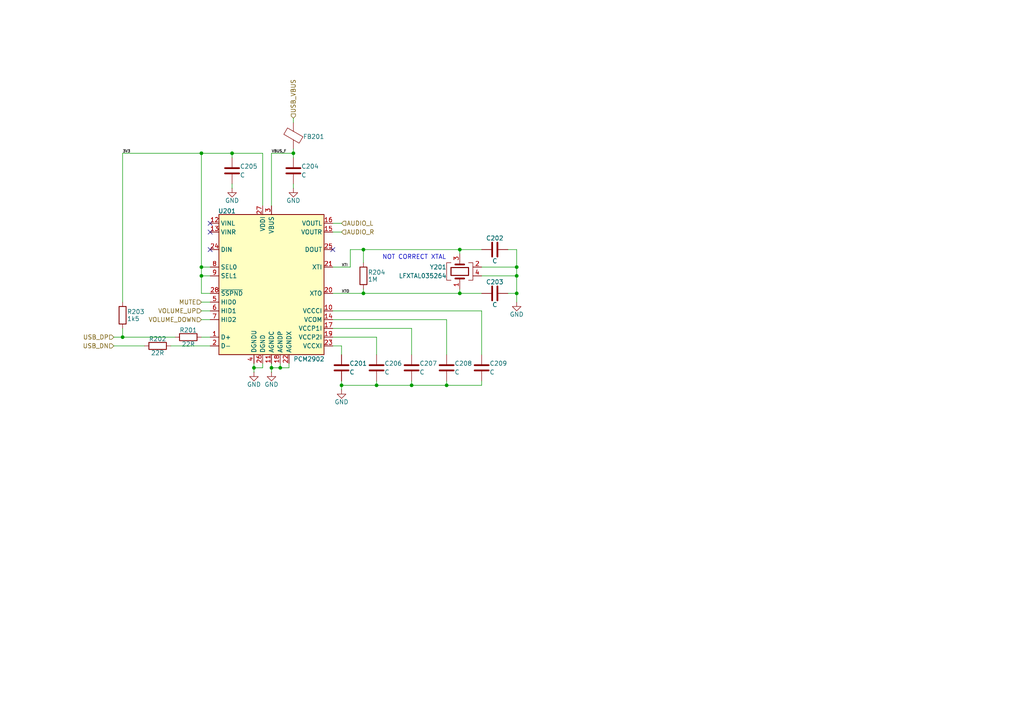
<source format=kicad_sch>
(kicad_sch
	(version 20231120)
	(generator "eeschema")
	(generator_version "8.0")
	(uuid "8cdc8472-c0cd-4e2a-85ec-2b2ceb6075af")
	(paper "A4")
	(lib_symbols
		(symbol "Audio:PCM2902"
			(exclude_from_sim no)
			(in_bom yes)
			(on_board yes)
			(property "Reference" "U"
				(at -14.732 21.59 0)
				(effects
					(font
						(size 1.27 1.27)
					)
				)
			)
			(property "Value" "PCM2902"
				(at 10.922 21.59 0)
				(effects
					(font
						(size 1.27 1.27)
					)
				)
			)
			(property "Footprint" "Package_SO:SSOP-28_5.3x10.2mm_P0.65mm"
				(at 0 0 0)
				(effects
					(font
						(size 1.27 1.27)
					)
					(hide yes)
				)
			)
			(property "Datasheet" "http://www.ti.com/lit/ds/symlink/pcm2902c.pdf"
				(at 9.398 24.638 0)
				(effects
					(font
						(size 1.27 1.27)
					)
					(hide yes)
				)
			)
			(property "Description" "Stereo Audio Codec with USB interface, Analog Input/Output, and S/PDIF, SSOP-28"
				(at 0 0 0)
				(effects
					(font
						(size 1.27 1.27)
					)
					(hide yes)
				)
			)
			(property "ki_keywords" "pcm2902 usb audio"
				(at 0 0 0)
				(effects
					(font
						(size 1.27 1.27)
					)
					(hide yes)
				)
			)
			(property "ki_fp_filters" "SSOP*5.3x10.2mm*P0.65mm*"
				(at 0 0 0)
				(effects
					(font
						(size 1.27 1.27)
					)
					(hide yes)
				)
			)
			(symbol "PCM2902_0_1"
				(rectangle
					(start -15.24 20.32)
					(end 15.24 -20.32)
					(stroke
						(width 0.254)
						(type default)
					)
					(fill
						(type background)
					)
				)
			)
			(symbol "PCM2902_1_1"
				(pin bidirectional line
					(at -17.78 -15.24 0)
					(length 2.54)
					(name "D+"
						(effects
							(font
								(size 1.27 1.27)
							)
						)
					)
					(number "1"
						(effects
							(font
								(size 1.27 1.27)
							)
						)
					)
				)
				(pin passive line
					(at 17.78 -7.62 180)
					(length 2.54)
					(name "VCCCI"
						(effects
							(font
								(size 1.27 1.27)
							)
						)
					)
					(number "10"
						(effects
							(font
								(size 1.27 1.27)
							)
						)
					)
				)
				(pin power_in line
					(at 0 -22.86 90)
					(length 2.54)
					(name "AGNDC"
						(effects
							(font
								(size 1.27 1.27)
							)
						)
					)
					(number "11"
						(effects
							(font
								(size 1.27 1.27)
							)
						)
					)
				)
				(pin input line
					(at -17.78 17.78 0)
					(length 2.54)
					(name "VINL"
						(effects
							(font
								(size 1.27 1.27)
							)
						)
					)
					(number "12"
						(effects
							(font
								(size 1.27 1.27)
							)
						)
					)
				)
				(pin input line
					(at -17.78 15.24 0)
					(length 2.54)
					(name "VINR"
						(effects
							(font
								(size 1.27 1.27)
							)
						)
					)
					(number "13"
						(effects
							(font
								(size 1.27 1.27)
							)
						)
					)
				)
				(pin passive line
					(at 17.78 -10.16 180)
					(length 2.54)
					(name "VCOM"
						(effects
							(font
								(size 1.27 1.27)
							)
						)
					)
					(number "14"
						(effects
							(font
								(size 1.27 1.27)
							)
						)
					)
				)
				(pin output line
					(at 17.78 15.24 180)
					(length 2.54)
					(name "VOUTR"
						(effects
							(font
								(size 1.27 1.27)
							)
						)
					)
					(number "15"
						(effects
							(font
								(size 1.27 1.27)
							)
						)
					)
				)
				(pin output line
					(at 17.78 17.78 180)
					(length 2.54)
					(name "VOUTL"
						(effects
							(font
								(size 1.27 1.27)
							)
						)
					)
					(number "16"
						(effects
							(font
								(size 1.27 1.27)
							)
						)
					)
				)
				(pin passive line
					(at 17.78 -12.7 180)
					(length 2.54)
					(name "VCCP1I"
						(effects
							(font
								(size 1.27 1.27)
							)
						)
					)
					(number "17"
						(effects
							(font
								(size 1.27 1.27)
							)
						)
					)
				)
				(pin power_in line
					(at 2.54 -22.86 90)
					(length 2.54)
					(name "AGNDP"
						(effects
							(font
								(size 1.27 1.27)
							)
						)
					)
					(number "18"
						(effects
							(font
								(size 1.27 1.27)
							)
						)
					)
				)
				(pin passive line
					(at 17.78 -15.24 180)
					(length 2.54)
					(name "VCCP2I"
						(effects
							(font
								(size 1.27 1.27)
							)
						)
					)
					(number "19"
						(effects
							(font
								(size 1.27 1.27)
							)
						)
					)
				)
				(pin bidirectional line
					(at -17.78 -17.78 0)
					(length 2.54)
					(name "D-"
						(effects
							(font
								(size 1.27 1.27)
							)
						)
					)
					(number "2"
						(effects
							(font
								(size 1.27 1.27)
							)
						)
					)
				)
				(pin output line
					(at 17.78 -2.54 180)
					(length 2.54)
					(name "XTO"
						(effects
							(font
								(size 1.27 1.27)
							)
						)
					)
					(number "20"
						(effects
							(font
								(size 1.27 1.27)
							)
						)
					)
				)
				(pin input line
					(at 17.78 5.08 180)
					(length 2.54)
					(name "XTI"
						(effects
							(font
								(size 1.27 1.27)
							)
						)
					)
					(number "21"
						(effects
							(font
								(size 1.27 1.27)
							)
						)
					)
				)
				(pin power_in line
					(at 5.08 -22.86 90)
					(length 2.54)
					(name "AGNDX"
						(effects
							(font
								(size 1.27 1.27)
							)
						)
					)
					(number "22"
						(effects
							(font
								(size 1.27 1.27)
							)
						)
					)
				)
				(pin passive line
					(at 17.78 -17.78 180)
					(length 2.54)
					(name "VCCXI"
						(effects
							(font
								(size 1.27 1.27)
							)
						)
					)
					(number "23"
						(effects
							(font
								(size 1.27 1.27)
							)
						)
					)
				)
				(pin input line
					(at -17.78 10.16 0)
					(length 2.54)
					(name "DIN"
						(effects
							(font
								(size 1.27 1.27)
							)
						)
					)
					(number "24"
						(effects
							(font
								(size 1.27 1.27)
							)
						)
					)
				)
				(pin output line
					(at 17.78 10.16 180)
					(length 2.54)
					(name "DOUT"
						(effects
							(font
								(size 1.27 1.27)
							)
						)
					)
					(number "25"
						(effects
							(font
								(size 1.27 1.27)
							)
						)
					)
				)
				(pin power_in line
					(at -2.54 -22.86 90)
					(length 2.54)
					(name "DGND"
						(effects
							(font
								(size 1.27 1.27)
							)
						)
					)
					(number "26"
						(effects
							(font
								(size 1.27 1.27)
							)
						)
					)
				)
				(pin power_out line
					(at -2.54 22.86 270)
					(length 2.54)
					(name "VDDI"
						(effects
							(font
								(size 1.27 1.27)
							)
						)
					)
					(number "27"
						(effects
							(font
								(size 1.27 1.27)
							)
						)
					)
				)
				(pin output line
					(at -17.78 -2.54 0)
					(length 2.54)
					(name "~{SSPND}"
						(effects
							(font
								(size 1.27 1.27)
							)
						)
					)
					(number "28"
						(effects
							(font
								(size 1.27 1.27)
							)
						)
					)
				)
				(pin power_in line
					(at 0 22.86 270)
					(length 2.54)
					(name "VBUS"
						(effects
							(font
								(size 1.27 1.27)
							)
						)
					)
					(number "3"
						(effects
							(font
								(size 1.27 1.27)
							)
						)
					)
				)
				(pin power_in line
					(at -5.08 -22.86 90)
					(length 2.54)
					(name "DGNDU"
						(effects
							(font
								(size 1.27 1.27)
							)
						)
					)
					(number "4"
						(effects
							(font
								(size 1.27 1.27)
							)
						)
					)
				)
				(pin input line
					(at -17.78 -5.08 0)
					(length 2.54)
					(name "HID0"
						(effects
							(font
								(size 1.27 1.27)
							)
						)
					)
					(number "5"
						(effects
							(font
								(size 1.27 1.27)
							)
						)
					)
				)
				(pin input line
					(at -17.78 -7.62 0)
					(length 2.54)
					(name "HID1"
						(effects
							(font
								(size 1.27 1.27)
							)
						)
					)
					(number "6"
						(effects
							(font
								(size 1.27 1.27)
							)
						)
					)
				)
				(pin input line
					(at -17.78 -10.16 0)
					(length 2.54)
					(name "HID2"
						(effects
							(font
								(size 1.27 1.27)
							)
						)
					)
					(number "7"
						(effects
							(font
								(size 1.27 1.27)
							)
						)
					)
				)
				(pin input line
					(at -17.78 5.08 0)
					(length 2.54)
					(name "SEL0"
						(effects
							(font
								(size 1.27 1.27)
							)
						)
					)
					(number "8"
						(effects
							(font
								(size 1.27 1.27)
							)
						)
					)
				)
				(pin input line
					(at -17.78 2.54 0)
					(length 2.54)
					(name "SEL1"
						(effects
							(font
								(size 1.27 1.27)
							)
						)
					)
					(number "9"
						(effects
							(font
								(size 1.27 1.27)
							)
						)
					)
				)
			)
		)
		(symbol "Device:C"
			(pin_numbers hide)
			(pin_names
				(offset 0.254)
			)
			(exclude_from_sim no)
			(in_bom yes)
			(on_board yes)
			(property "Reference" "C"
				(at 0.635 2.54 0)
				(effects
					(font
						(size 1.27 1.27)
					)
					(justify left)
				)
			)
			(property "Value" "C"
				(at 0.635 -2.54 0)
				(effects
					(font
						(size 1.27 1.27)
					)
					(justify left)
				)
			)
			(property "Footprint" ""
				(at 0.9652 -3.81 0)
				(effects
					(font
						(size 1.27 1.27)
					)
					(hide yes)
				)
			)
			(property "Datasheet" "~"
				(at 0 0 0)
				(effects
					(font
						(size 1.27 1.27)
					)
					(hide yes)
				)
			)
			(property "Description" "Unpolarized capacitor"
				(at 0 0 0)
				(effects
					(font
						(size 1.27 1.27)
					)
					(hide yes)
				)
			)
			(property "ki_keywords" "cap capacitor"
				(at 0 0 0)
				(effects
					(font
						(size 1.27 1.27)
					)
					(hide yes)
				)
			)
			(property "ki_fp_filters" "C_*"
				(at 0 0 0)
				(effects
					(font
						(size 1.27 1.27)
					)
					(hide yes)
				)
			)
			(symbol "C_0_1"
				(polyline
					(pts
						(xy -2.032 -0.762) (xy 2.032 -0.762)
					)
					(stroke
						(width 0.508)
						(type default)
					)
					(fill
						(type none)
					)
				)
				(polyline
					(pts
						(xy -2.032 0.762) (xy 2.032 0.762)
					)
					(stroke
						(width 0.508)
						(type default)
					)
					(fill
						(type none)
					)
				)
			)
			(symbol "C_1_1"
				(pin passive line
					(at 0 3.81 270)
					(length 2.794)
					(name "~"
						(effects
							(font
								(size 1.27 1.27)
							)
						)
					)
					(number "1"
						(effects
							(font
								(size 1.27 1.27)
							)
						)
					)
				)
				(pin passive line
					(at 0 -3.81 90)
					(length 2.794)
					(name "~"
						(effects
							(font
								(size 1.27 1.27)
							)
						)
					)
					(number "2"
						(effects
							(font
								(size 1.27 1.27)
							)
						)
					)
				)
			)
		)
		(symbol "Device:FerriteBead"
			(pin_numbers hide)
			(pin_names
				(offset 0)
			)
			(exclude_from_sim no)
			(in_bom yes)
			(on_board yes)
			(property "Reference" "FB"
				(at -3.81 0.635 90)
				(effects
					(font
						(size 1.27 1.27)
					)
				)
			)
			(property "Value" "FerriteBead"
				(at 3.81 0 90)
				(effects
					(font
						(size 1.27 1.27)
					)
				)
			)
			(property "Footprint" ""
				(at -1.778 0 90)
				(effects
					(font
						(size 1.27 1.27)
					)
					(hide yes)
				)
			)
			(property "Datasheet" "~"
				(at 0 0 0)
				(effects
					(font
						(size 1.27 1.27)
					)
					(hide yes)
				)
			)
			(property "Description" "Ferrite bead"
				(at 0 0 0)
				(effects
					(font
						(size 1.27 1.27)
					)
					(hide yes)
				)
			)
			(property "ki_keywords" "L ferrite bead inductor filter"
				(at 0 0 0)
				(effects
					(font
						(size 1.27 1.27)
					)
					(hide yes)
				)
			)
			(property "ki_fp_filters" "Inductor_* L_* *Ferrite*"
				(at 0 0 0)
				(effects
					(font
						(size 1.27 1.27)
					)
					(hide yes)
				)
			)
			(symbol "FerriteBead_0_1"
				(polyline
					(pts
						(xy 0 -1.27) (xy 0 -1.2192)
					)
					(stroke
						(width 0)
						(type default)
					)
					(fill
						(type none)
					)
				)
				(polyline
					(pts
						(xy 0 1.27) (xy 0 1.2954)
					)
					(stroke
						(width 0)
						(type default)
					)
					(fill
						(type none)
					)
				)
				(polyline
					(pts
						(xy -2.7686 0.4064) (xy -1.7018 2.2606) (xy 2.7686 -0.3048) (xy 1.6764 -2.159) (xy -2.7686 0.4064)
					)
					(stroke
						(width 0)
						(type default)
					)
					(fill
						(type none)
					)
				)
			)
			(symbol "FerriteBead_1_1"
				(pin passive line
					(at 0 3.81 270)
					(length 2.54)
					(name "~"
						(effects
							(font
								(size 1.27 1.27)
							)
						)
					)
					(number "1"
						(effects
							(font
								(size 1.27 1.27)
							)
						)
					)
				)
				(pin passive line
					(at 0 -3.81 90)
					(length 2.54)
					(name "~"
						(effects
							(font
								(size 1.27 1.27)
							)
						)
					)
					(number "2"
						(effects
							(font
								(size 1.27 1.27)
							)
						)
					)
				)
			)
		)
		(symbol "Device:R"
			(pin_numbers hide)
			(pin_names
				(offset 0)
			)
			(exclude_from_sim no)
			(in_bom yes)
			(on_board yes)
			(property "Reference" "R"
				(at 2.032 0 90)
				(effects
					(font
						(size 1.27 1.27)
					)
				)
			)
			(property "Value" "R"
				(at 0 0 90)
				(effects
					(font
						(size 1.27 1.27)
					)
				)
			)
			(property "Footprint" ""
				(at -1.778 0 90)
				(effects
					(font
						(size 1.27 1.27)
					)
					(hide yes)
				)
			)
			(property "Datasheet" "~"
				(at 0 0 0)
				(effects
					(font
						(size 1.27 1.27)
					)
					(hide yes)
				)
			)
			(property "Description" "Resistor"
				(at 0 0 0)
				(effects
					(font
						(size 1.27 1.27)
					)
					(hide yes)
				)
			)
			(property "ki_keywords" "R res resistor"
				(at 0 0 0)
				(effects
					(font
						(size 1.27 1.27)
					)
					(hide yes)
				)
			)
			(property "ki_fp_filters" "R_*"
				(at 0 0 0)
				(effects
					(font
						(size 1.27 1.27)
					)
					(hide yes)
				)
			)
			(symbol "R_0_1"
				(rectangle
					(start -1.016 -2.54)
					(end 1.016 2.54)
					(stroke
						(width 0.254)
						(type default)
					)
					(fill
						(type none)
					)
				)
			)
			(symbol "R_1_1"
				(pin passive line
					(at 0 3.81 270)
					(length 1.27)
					(name "~"
						(effects
							(font
								(size 1.27 1.27)
							)
						)
					)
					(number "1"
						(effects
							(font
								(size 1.27 1.27)
							)
						)
					)
				)
				(pin passive line
					(at 0 -3.81 90)
					(length 1.27)
					(name "~"
						(effects
							(font
								(size 1.27 1.27)
							)
						)
					)
					(number "2"
						(effects
							(font
								(size 1.27 1.27)
							)
						)
					)
				)
			)
		)
		(symbol "Lund Formula Student:LFXTAL035264"
			(pin_names hide)
			(exclude_from_sim no)
			(in_bom yes)
			(on_board yes)
			(property "Reference" "Y"
				(at 8.89 0 0)
				(effects
					(font
						(size 1.27 1.27)
					)
					(justify left top)
				)
			)
			(property "Value" "LFXTAL035264"
				(at 8.89 -2.54 0)
				(effects
					(font
						(size 1.27 1.27)
					)
					(justify left top)
				)
			)
			(property "Footprint" "Lund Formula Student:LFXTAL035264"
				(at 5.08 -58.42 0)
				(effects
					(font
						(size 1.27 1.27)
					)
					(justify left top)
					(hide yes)
				)
			)
			(property "Datasheet" "https://eu.mouser.com/datasheet/2/741/LFXTAL035264Reel-1519256.pdf"
				(at 43.18 -196.19 0)
				(effects
					(font
						(size 1.27 1.27)
					)
					(justify left top)
					(hide yes)
				)
			)
			(property "Description" "Crystals 16.0MHz 3.2 x 2.5 x 0.8mm"
				(at 0 0 0)
				(effects
					(font
						(size 1.27 1.27)
					)
					(hide yes)
				)
			)
			(property "Height" "0.8"
				(at 43.18 -396.19 0)
				(effects
					(font
						(size 1.27 1.27)
					)
					(justify left top)
					(hide yes)
				)
			)
			(property "Manufacturer_Name" "IQD"
				(at 43.18 -496.19 0)
				(effects
					(font
						(size 1.27 1.27)
					)
					(justify left top)
					(hide yes)
				)
			)
			(property "Manufacturer_Part_Number" "LFXTAL035264Reel"
				(at 43.18 -596.19 0)
				(effects
					(font
						(size 1.27 1.27)
					)
					(justify left top)
					(hide yes)
				)
			)
			(property "Mouser Part Number" "449-LFXTAL035264REEL"
				(at 43.18 -696.19 0)
				(effects
					(font
						(size 1.27 1.27)
					)
					(justify left top)
					(hide yes)
				)
			)
			(property "Mouser Price/Stock" "https://www.mouser.co.uk/ProductDetail/IQD/LFXTAL035264Reel?qs=e4%2FAndAAwgJ0UxcTcqvPEg%3D%3D"
				(at 43.18 -796.19 0)
				(effects
					(font
						(size 1.27 1.27)
					)
					(justify left top)
					(hide yes)
				)
			)
			(property "Arrow Part Number" "LFXTAL035264REEL"
				(at 43.18 -896.19 0)
				(effects
					(font
						(size 1.27 1.27)
					)
					(justify left top)
					(hide yes)
				)
			)
			(property "Arrow Price/Stock" "https://www.arrow.com/en/products/lfxtal035264reel/iqd-frequency-products"
				(at 43.18 -996.19 0)
				(effects
					(font
						(size 1.27 1.27)
					)
					(justify left top)
					(hide yes)
				)
			)
			(symbol "LFXTAL035264_0_1"
				(polyline
					(pts
						(xy 2.54 -6.35) (xy 3.048 -6.35)
					)
					(stroke
						(width 0)
						(type default)
					)
					(fill
						(type none)
					)
				)
				(polyline
					(pts
						(xy 3.048 -7.62) (xy 3.048 -5.08)
					)
					(stroke
						(width 0.508)
						(type default)
					)
					(fill
						(type none)
					)
				)
				(polyline
					(pts
						(xy 7.112 -7.62) (xy 7.112 -5.08)
					)
					(stroke
						(width 0.508)
						(type default)
					)
					(fill
						(type none)
					)
				)
				(polyline
					(pts
						(xy 7.112 -6.35) (xy 7.62 -6.35)
					)
					(stroke
						(width 0)
						(type default)
					)
					(fill
						(type none)
					)
				)
				(polyline
					(pts
						(xy 2.54 -8.89) (xy 2.54 -10.16) (xy 7.62 -10.16) (xy 7.62 -8.89)
					)
					(stroke
						(width 0)
						(type default)
					)
					(fill
						(type none)
					)
				)
				(polyline
					(pts
						(xy 2.54 -3.81) (xy 2.54 -2.54) (xy 7.62 -2.54) (xy 7.62 -3.81)
					)
					(stroke
						(width 0)
						(type default)
					)
					(fill
						(type none)
					)
				)
				(rectangle
					(start 3.937 -3.81)
					(end 6.223 -8.89)
					(stroke
						(width 0.3048)
						(type default)
					)
					(fill
						(type none)
					)
				)
			)
			(symbol "LFXTAL035264_1_1"
				(pin passive line
					(at 0 -6.35 0)
					(length 2.54)
					(name "1"
						(effects
							(font
								(size 1.27 1.27)
							)
						)
					)
					(number "1"
						(effects
							(font
								(size 1.27 1.27)
							)
						)
					)
				)
				(pin passive line
					(at 6.35 -12.7 90)
					(length 2.54)
					(name "2"
						(effects
							(font
								(size 1.27 1.27)
							)
						)
					)
					(number "2"
						(effects
							(font
								(size 1.27 1.27)
							)
						)
					)
				)
				(pin passive line
					(at 10.16 -6.35 180)
					(length 2.54)
					(name "3"
						(effects
							(font
								(size 1.27 1.27)
							)
						)
					)
					(number "3"
						(effects
							(font
								(size 1.27 1.27)
							)
						)
					)
				)
				(pin passive line
					(at 3.81 -12.7 90)
					(length 2.54)
					(name "4"
						(effects
							(font
								(size 1.27 1.27)
							)
						)
					)
					(number "4"
						(effects
							(font
								(size 1.27 1.27)
							)
						)
					)
				)
			)
		)
		(symbol "power:GND"
			(power)
			(pin_numbers hide)
			(pin_names
				(offset 0) hide)
			(exclude_from_sim no)
			(in_bom yes)
			(on_board yes)
			(property "Reference" "#PWR"
				(at 0 -6.35 0)
				(effects
					(font
						(size 1.27 1.27)
					)
					(hide yes)
				)
			)
			(property "Value" "GND"
				(at 0 -3.81 0)
				(effects
					(font
						(size 1.27 1.27)
					)
				)
			)
			(property "Footprint" ""
				(at 0 0 0)
				(effects
					(font
						(size 1.27 1.27)
					)
					(hide yes)
				)
			)
			(property "Datasheet" ""
				(at 0 0 0)
				(effects
					(font
						(size 1.27 1.27)
					)
					(hide yes)
				)
			)
			(property "Description" "Power symbol creates a global label with name \"GND\" , ground"
				(at 0 0 0)
				(effects
					(font
						(size 1.27 1.27)
					)
					(hide yes)
				)
			)
			(property "ki_keywords" "global power"
				(at 0 0 0)
				(effects
					(font
						(size 1.27 1.27)
					)
					(hide yes)
				)
			)
			(symbol "GND_0_1"
				(polyline
					(pts
						(xy 0 0) (xy 0 -1.27) (xy 1.27 -1.27) (xy 0 -2.54) (xy -1.27 -1.27) (xy 0 -1.27)
					)
					(stroke
						(width 0)
						(type default)
					)
					(fill
						(type none)
					)
				)
			)
			(symbol "GND_1_1"
				(pin power_in line
					(at 0 0 270)
					(length 0)
					(name "~"
						(effects
							(font
								(size 1.27 1.27)
							)
						)
					)
					(number "1"
						(effects
							(font
								(size 1.27 1.27)
							)
						)
					)
				)
			)
		)
	)
	(junction
		(at 119.38 111.76)
		(diameter 0)
		(color 0 0 0 0)
		(uuid "2ecdebc3-81a6-472e-a0da-7b7912dda2b2")
	)
	(junction
		(at 133.35 85.09)
		(diameter 0)
		(color 0 0 0 0)
		(uuid "32aac554-87a7-4a77-8807-a5d957ad0867")
	)
	(junction
		(at 58.42 44.45)
		(diameter 0)
		(color 0 0 0 0)
		(uuid "4f657d9c-114c-4bcd-bd69-8f28810bf656")
	)
	(junction
		(at 105.41 72.39)
		(diameter 0)
		(color 0 0 0 0)
		(uuid "5d65e5b5-f56d-45bb-a7fe-94e1e1f1c1c7")
	)
	(junction
		(at 149.86 77.47)
		(diameter 0)
		(color 0 0 0 0)
		(uuid "5ea716c8-a7a4-47d2-88f4-347808f21307")
	)
	(junction
		(at 58.42 80.01)
		(diameter 0)
		(color 0 0 0 0)
		(uuid "67d39815-37a1-4903-be6b-ff27ddc4bb45")
	)
	(junction
		(at 105.41 85.09)
		(diameter 0)
		(color 0 0 0 0)
		(uuid "78e05eae-dda4-4b4a-bc3a-86678b753432")
	)
	(junction
		(at 109.22 111.76)
		(diameter 0)
		(color 0 0 0 0)
		(uuid "867a6503-623f-4a24-8115-4c4f16478e9a")
	)
	(junction
		(at 149.86 80.01)
		(diameter 0)
		(color 0 0 0 0)
		(uuid "9354168a-45d4-4f53-95a8-322519357ba9")
	)
	(junction
		(at 129.54 111.76)
		(diameter 0)
		(color 0 0 0 0)
		(uuid "937d91ef-bdae-4f1e-9f02-3603d0e6dba9")
	)
	(junction
		(at 85.09 44.45)
		(diameter 0)
		(color 0 0 0 0)
		(uuid "aa55bab8-43f6-4c74-94fc-a1c54b22dd42")
	)
	(junction
		(at 35.56 97.79)
		(diameter 0)
		(color 0 0 0 0)
		(uuid "ac88658e-5384-486c-beb4-727e0d5420ad")
	)
	(junction
		(at 78.74 106.68)
		(diameter 0)
		(color 0 0 0 0)
		(uuid "b452964d-18db-45cf-b673-e2e59fb9e575")
	)
	(junction
		(at 81.28 106.68)
		(diameter 0)
		(color 0 0 0 0)
		(uuid "c3c9fc37-7c70-4ce7-b1d4-095246a466ea")
	)
	(junction
		(at 133.35 72.39)
		(diameter 0)
		(color 0 0 0 0)
		(uuid "c806afa8-59ff-41f1-af3c-e5775daf0111")
	)
	(junction
		(at 99.06 111.76)
		(diameter 0)
		(color 0 0 0 0)
		(uuid "ce99c4d5-a8d8-4972-b2c2-1b594b3b26ba")
	)
	(junction
		(at 58.42 77.47)
		(diameter 0)
		(color 0 0 0 0)
		(uuid "d916a378-d340-423c-be70-28c78b38a2ef")
	)
	(junction
		(at 73.66 106.68)
		(diameter 0)
		(color 0 0 0 0)
		(uuid "dade7648-2664-4648-9909-7c7995580387")
	)
	(junction
		(at 67.31 44.45)
		(diameter 0)
		(color 0 0 0 0)
		(uuid "ee7cf6e0-8d58-4b39-8746-aa49a769ad6e")
	)
	(junction
		(at 149.86 85.09)
		(diameter 0)
		(color 0 0 0 0)
		(uuid "f56d4eab-8fcd-428f-b8fc-fe0c6876b831")
	)
	(no_connect
		(at 60.96 67.31)
		(uuid "557d74f6-eebb-4e98-b8aa-24f858941d6f")
	)
	(no_connect
		(at 60.96 72.39)
		(uuid "c23097cb-3546-48ab-9337-d5c97038d05f")
	)
	(no_connect
		(at 96.52 72.39)
		(uuid "c8cd3e72-30bf-40c7-b204-9a3bba88256b")
	)
	(no_connect
		(at 60.96 64.77)
		(uuid "efe72021-db6a-4057-b414-05d09e802cda")
	)
	(wire
		(pts
			(xy 58.42 87.63) (xy 60.96 87.63)
		)
		(stroke
			(width 0)
			(type default)
		)
		(uuid "01619325-cd4e-4530-97aa-c52ef27a2c55")
	)
	(wire
		(pts
			(xy 58.42 77.47) (xy 58.42 44.45)
		)
		(stroke
			(width 0)
			(type default)
		)
		(uuid "01ebce38-8f9a-41e1-9091-5f74168d487c")
	)
	(wire
		(pts
			(xy 119.38 95.25) (xy 119.38 102.87)
		)
		(stroke
			(width 0)
			(type default)
		)
		(uuid "02293697-e0e4-46a8-be00-285cba7e3b0c")
	)
	(wire
		(pts
			(xy 96.52 95.25) (xy 119.38 95.25)
		)
		(stroke
			(width 0)
			(type default)
		)
		(uuid "027b0bb7-3ad4-4bc8-94a0-f2df37f645ee")
	)
	(wire
		(pts
			(xy 99.06 111.76) (xy 109.22 111.76)
		)
		(stroke
			(width 0)
			(type default)
		)
		(uuid "06d5c756-1207-4b25-8b83-6d6d5085ba4e")
	)
	(wire
		(pts
			(xy 119.38 111.76) (xy 129.54 111.76)
		)
		(stroke
			(width 0)
			(type default)
		)
		(uuid "08f576f1-8d00-465d-a7fc-ac29cc802ed7")
	)
	(wire
		(pts
			(xy 58.42 97.79) (xy 60.96 97.79)
		)
		(stroke
			(width 0)
			(type default)
		)
		(uuid "09355d92-117b-4ca2-8b23-2848bb3506d1")
	)
	(wire
		(pts
			(xy 105.41 83.82) (xy 105.41 85.09)
		)
		(stroke
			(width 0)
			(type default)
		)
		(uuid "0dbadb30-56a0-4e21-a4da-3977c9dc674e")
	)
	(wire
		(pts
			(xy 35.56 44.45) (xy 58.42 44.45)
		)
		(stroke
			(width 0)
			(type default)
		)
		(uuid "105c169f-0818-4453-8580-4430a5139677")
	)
	(wire
		(pts
			(xy 133.35 72.39) (xy 139.7 72.39)
		)
		(stroke
			(width 0)
			(type default)
		)
		(uuid "12c7f87e-2534-4bef-bbd6-ba06ac2bb21b")
	)
	(wire
		(pts
			(xy 33.02 100.33) (xy 41.91 100.33)
		)
		(stroke
			(width 0)
			(type default)
		)
		(uuid "14358c44-a3ad-4fc4-8b17-88052ef70410")
	)
	(wire
		(pts
			(xy 96.52 92.71) (xy 129.54 92.71)
		)
		(stroke
			(width 0)
			(type default)
		)
		(uuid "152b5418-f1ee-41e6-a748-c8f41c891c41")
	)
	(wire
		(pts
			(xy 149.86 85.09) (xy 149.86 87.63)
		)
		(stroke
			(width 0)
			(type default)
		)
		(uuid "1b80f81b-a11d-4ead-bd67-9ed411614242")
	)
	(wire
		(pts
			(xy 76.2 106.68) (xy 73.66 106.68)
		)
		(stroke
			(width 0)
			(type default)
		)
		(uuid "1da8f4b7-e4cd-4af1-b4e8-e3f52e5ae43c")
	)
	(wire
		(pts
			(xy 133.35 85.09) (xy 139.7 85.09)
		)
		(stroke
			(width 0)
			(type default)
		)
		(uuid "2868df10-d7b7-4fa2-9dfd-5903eb4aa2fb")
	)
	(wire
		(pts
			(xy 96.52 85.09) (xy 105.41 85.09)
		)
		(stroke
			(width 0)
			(type default)
		)
		(uuid "2db3ee5d-00e8-45b9-9c7c-333f829e3253")
	)
	(wire
		(pts
			(xy 76.2 59.69) (xy 76.2 44.45)
		)
		(stroke
			(width 0)
			(type default)
		)
		(uuid "2e2c91ca-9949-4e86-acac-0e15d1353e5a")
	)
	(wire
		(pts
			(xy 83.82 105.41) (xy 83.82 106.68)
		)
		(stroke
			(width 0)
			(type default)
		)
		(uuid "30f1addb-0662-4804-8d3f-34d9dd9915f1")
	)
	(wire
		(pts
			(xy 58.42 85.09) (xy 60.96 85.09)
		)
		(stroke
			(width 0)
			(type default)
		)
		(uuid "329a32c3-32c0-48df-ad8c-05feed6fa212")
	)
	(wire
		(pts
			(xy 81.28 105.41) (xy 81.28 106.68)
		)
		(stroke
			(width 0)
			(type default)
		)
		(uuid "341eaa89-edca-4eba-a81e-30172a4fa3d4")
	)
	(wire
		(pts
			(xy 76.2 105.41) (xy 76.2 106.68)
		)
		(stroke
			(width 0)
			(type default)
		)
		(uuid "36573f27-9a1a-441f-a347-c773f15a523d")
	)
	(wire
		(pts
			(xy 96.52 90.17) (xy 139.7 90.17)
		)
		(stroke
			(width 0)
			(type default)
		)
		(uuid "36aeea27-bde7-49e7-9f5c-c3be0366a1ff")
	)
	(wire
		(pts
			(xy 99.06 111.76) (xy 99.06 113.03)
		)
		(stroke
			(width 0)
			(type default)
		)
		(uuid "3715aa41-068e-4a71-b0b7-ea47f9e90aca")
	)
	(wire
		(pts
			(xy 85.09 53.34) (xy 85.09 54.61)
		)
		(stroke
			(width 0)
			(type default)
		)
		(uuid "37b1c60d-3577-4978-bb92-52f139dceb90")
	)
	(wire
		(pts
			(xy 78.74 44.45) (xy 85.09 44.45)
		)
		(stroke
			(width 0)
			(type default)
		)
		(uuid "394547ee-4ec5-422a-a684-cd4928201a48")
	)
	(wire
		(pts
			(xy 149.86 77.47) (xy 149.86 80.01)
		)
		(stroke
			(width 0)
			(type default)
		)
		(uuid "3aaace5b-6ecd-4e4f-b717-463488544cf6")
	)
	(wire
		(pts
			(xy 147.32 72.39) (xy 149.86 72.39)
		)
		(stroke
			(width 0)
			(type default)
		)
		(uuid "3e99c1fd-e8c7-4e14-b266-54bdc5618af4")
	)
	(wire
		(pts
			(xy 78.74 105.41) (xy 78.74 106.68)
		)
		(stroke
			(width 0)
			(type default)
		)
		(uuid "418e42d1-55f5-46e9-bc39-d11d59e95aa4")
	)
	(wire
		(pts
			(xy 81.28 106.68) (xy 83.82 106.68)
		)
		(stroke
			(width 0)
			(type default)
		)
		(uuid "419a2006-087c-44aa-a6e6-5bfb971cb408")
	)
	(wire
		(pts
			(xy 99.06 102.87) (xy 99.06 100.33)
		)
		(stroke
			(width 0)
			(type default)
		)
		(uuid "43f9c607-6e37-4774-9e97-6efb10e195bf")
	)
	(wire
		(pts
			(xy 147.32 85.09) (xy 149.86 85.09)
		)
		(stroke
			(width 0)
			(type default)
		)
		(uuid "58ecf54e-eedd-4860-a29e-9d50a45daa42")
	)
	(wire
		(pts
			(xy 133.35 85.09) (xy 133.35 83.82)
		)
		(stroke
			(width 0)
			(type default)
		)
		(uuid "5cbbec6d-1c7b-4529-aad2-88b708c06a89")
	)
	(wire
		(pts
			(xy 133.35 72.39) (xy 105.41 72.39)
		)
		(stroke
			(width 0)
			(type default)
		)
		(uuid "5d3f0698-76b9-4ee5-be0f-ad789190a1b1")
	)
	(wire
		(pts
			(xy 101.6 77.47) (xy 96.52 77.47)
		)
		(stroke
			(width 0)
			(type default)
		)
		(uuid "5ee7c145-8750-45fb-b422-86d4e4248ad6")
	)
	(wire
		(pts
			(xy 119.38 110.49) (xy 119.38 111.76)
		)
		(stroke
			(width 0)
			(type default)
		)
		(uuid "6127a63a-e6e6-410e-a671-4a4b803a53c9")
	)
	(wire
		(pts
			(xy 109.22 97.79) (xy 109.22 102.87)
		)
		(stroke
			(width 0)
			(type default)
		)
		(uuid "61f41e83-75af-4084-af3c-22152d01449a")
	)
	(wire
		(pts
			(xy 58.42 80.01) (xy 58.42 77.47)
		)
		(stroke
			(width 0)
			(type default)
		)
		(uuid "6e02a8e2-444c-4242-8c68-6b3b297ec846")
	)
	(wire
		(pts
			(xy 139.7 90.17) (xy 139.7 102.87)
		)
		(stroke
			(width 0)
			(type default)
		)
		(uuid "6ee9445f-aae4-4d53-9245-4b2ddaaa3314")
	)
	(wire
		(pts
			(xy 35.56 44.45) (xy 35.56 87.63)
		)
		(stroke
			(width 0)
			(type default)
		)
		(uuid "6f3dd69f-97e1-4d7f-b927-f942e7491645")
	)
	(wire
		(pts
			(xy 129.54 111.76) (xy 139.7 111.76)
		)
		(stroke
			(width 0)
			(type default)
		)
		(uuid "77592de4-debb-433a-a34d-3f4b780b308e")
	)
	(wire
		(pts
			(xy 139.7 77.47) (xy 149.86 77.47)
		)
		(stroke
			(width 0)
			(type default)
		)
		(uuid "7811b687-ccf0-4356-bca5-754461832422")
	)
	(wire
		(pts
			(xy 85.09 43.18) (xy 85.09 44.45)
		)
		(stroke
			(width 0)
			(type default)
		)
		(uuid "7cb28364-a326-481d-b3d1-11c38237a45c")
	)
	(wire
		(pts
			(xy 85.09 44.45) (xy 85.09 45.72)
		)
		(stroke
			(width 0)
			(type default)
		)
		(uuid "7f2a13b9-7fd0-48d5-b1f7-3d5ed02eab66")
	)
	(wire
		(pts
			(xy 129.54 92.71) (xy 129.54 102.87)
		)
		(stroke
			(width 0)
			(type default)
		)
		(uuid "80063792-d609-4b3e-bd2b-53db18095579")
	)
	(wire
		(pts
			(xy 73.66 105.41) (xy 73.66 106.68)
		)
		(stroke
			(width 0)
			(type default)
		)
		(uuid "82a79782-adba-4a87-bca7-e45f1f47007c")
	)
	(wire
		(pts
			(xy 35.56 97.79) (xy 50.8 97.79)
		)
		(stroke
			(width 0)
			(type default)
		)
		(uuid "844d8b08-b158-4566-9122-3cf068558a51")
	)
	(wire
		(pts
			(xy 109.22 111.76) (xy 119.38 111.76)
		)
		(stroke
			(width 0)
			(type default)
		)
		(uuid "84b142d3-6be7-450d-84f0-6fff68a4ea5f")
	)
	(wire
		(pts
			(xy 109.22 110.49) (xy 109.22 111.76)
		)
		(stroke
			(width 0)
			(type default)
		)
		(uuid "850606ba-76f8-453b-bcf3-c60cac9f20e2")
	)
	(wire
		(pts
			(xy 139.7 80.01) (xy 149.86 80.01)
		)
		(stroke
			(width 0)
			(type default)
		)
		(uuid "87f13283-8aad-4a8f-8547-417a547fcaf3")
	)
	(wire
		(pts
			(xy 149.86 72.39) (xy 149.86 77.47)
		)
		(stroke
			(width 0)
			(type default)
		)
		(uuid "896ca27a-0433-4cc8-b579-3e1c419cc3ee")
	)
	(wire
		(pts
			(xy 67.31 53.34) (xy 67.31 54.61)
		)
		(stroke
			(width 0)
			(type default)
		)
		(uuid "8bbf4bde-f7a3-459c-97cd-85ce598e99b3")
	)
	(wire
		(pts
			(xy 58.42 44.45) (xy 67.31 44.45)
		)
		(stroke
			(width 0)
			(type default)
		)
		(uuid "8c4f4a1f-ab14-4a63-87a3-ce79162393ae")
	)
	(wire
		(pts
			(xy 96.52 97.79) (xy 109.22 97.79)
		)
		(stroke
			(width 0)
			(type default)
		)
		(uuid "91856f8f-009e-4c6a-b2c2-f82675a7bed5")
	)
	(wire
		(pts
			(xy 85.09 34.29) (xy 85.09 35.56)
		)
		(stroke
			(width 0)
			(type default)
		)
		(uuid "95bda823-9f88-44e0-bf8f-09622bdcf97d")
	)
	(wire
		(pts
			(xy 67.31 44.45) (xy 67.31 45.72)
		)
		(stroke
			(width 0)
			(type default)
		)
		(uuid "9a33d82b-a815-4a3c-95d4-0587e24ae3e9")
	)
	(wire
		(pts
			(xy 105.41 72.39) (xy 101.6 72.39)
		)
		(stroke
			(width 0)
			(type default)
		)
		(uuid "9a8468e1-ba06-4225-8f4d-317406413611")
	)
	(wire
		(pts
			(xy 129.54 110.49) (xy 129.54 111.76)
		)
		(stroke
			(width 0)
			(type default)
		)
		(uuid "9da1eac6-b950-4fcb-8bba-19e19455d4ad")
	)
	(wire
		(pts
			(xy 58.42 90.17) (xy 60.96 90.17)
		)
		(stroke
			(width 0)
			(type default)
		)
		(uuid "a1437f1a-e0a9-45a5-8073-25656665ee07")
	)
	(wire
		(pts
			(xy 60.96 80.01) (xy 58.42 80.01)
		)
		(stroke
			(width 0)
			(type default)
		)
		(uuid "a5914ecc-7104-4424-b926-7b5254e64f86")
	)
	(wire
		(pts
			(xy 76.2 44.45) (xy 67.31 44.45)
		)
		(stroke
			(width 0)
			(type default)
		)
		(uuid "ae1f2d4f-b2c9-44f6-b515-f6972a02253b")
	)
	(wire
		(pts
			(xy 78.74 106.68) (xy 81.28 106.68)
		)
		(stroke
			(width 0)
			(type default)
		)
		(uuid "b0f516a5-481c-4de4-84f8-6d3218c7ee1f")
	)
	(wire
		(pts
			(xy 58.42 80.01) (xy 58.42 85.09)
		)
		(stroke
			(width 0)
			(type default)
		)
		(uuid "bb436384-a032-4090-9d4d-91fc2d54b4fa")
	)
	(wire
		(pts
			(xy 58.42 92.71) (xy 60.96 92.71)
		)
		(stroke
			(width 0)
			(type default)
		)
		(uuid "bc53960d-ff88-4f78-b420-dd473d78058a")
	)
	(wire
		(pts
			(xy 78.74 106.68) (xy 78.74 107.95)
		)
		(stroke
			(width 0)
			(type default)
		)
		(uuid "c5e3d51e-a967-44a9-b3e5-21a9a4adb334")
	)
	(wire
		(pts
			(xy 99.06 67.31) (xy 96.52 67.31)
		)
		(stroke
			(width 0)
			(type default)
		)
		(uuid "c6c1b896-b28f-4201-8020-bd429131c70c")
	)
	(wire
		(pts
			(xy 149.86 80.01) (xy 149.86 85.09)
		)
		(stroke
			(width 0)
			(type default)
		)
		(uuid "c7039ac3-daf7-48e7-88da-749ff0aae923")
	)
	(wire
		(pts
			(xy 99.06 110.49) (xy 99.06 111.76)
		)
		(stroke
			(width 0)
			(type default)
		)
		(uuid "c9c0ab82-5a13-46fb-ac97-be84822a50da")
	)
	(wire
		(pts
			(xy 105.41 72.39) (xy 105.41 76.2)
		)
		(stroke
			(width 0)
			(type default)
		)
		(uuid "caaa7567-c199-447c-bfa7-fb9bbec2ed7f")
	)
	(wire
		(pts
			(xy 35.56 95.25) (xy 35.56 97.79)
		)
		(stroke
			(width 0)
			(type default)
		)
		(uuid "cb1010b3-3a82-46cc-83ed-1adeda6f391e")
	)
	(wire
		(pts
			(xy 99.06 100.33) (xy 96.52 100.33)
		)
		(stroke
			(width 0)
			(type default)
		)
		(uuid "d288d9bb-195d-4834-bd75-a289e6749b2c")
	)
	(wire
		(pts
			(xy 78.74 59.69) (xy 78.74 44.45)
		)
		(stroke
			(width 0)
			(type default)
		)
		(uuid "d98fb9f7-d141-4e3c-bf35-ebf1bd8d0bb7")
	)
	(wire
		(pts
			(xy 105.41 85.09) (xy 133.35 85.09)
		)
		(stroke
			(width 0)
			(type default)
		)
		(uuid "dc164eea-d246-404f-862e-287dd3cdbb22")
	)
	(wire
		(pts
			(xy 139.7 110.49) (xy 139.7 111.76)
		)
		(stroke
			(width 0)
			(type default)
		)
		(uuid "e59fb6c2-ff8e-4d2b-9eaf-603b043c1d32")
	)
	(wire
		(pts
			(xy 99.06 64.77) (xy 96.52 64.77)
		)
		(stroke
			(width 0)
			(type default)
		)
		(uuid "e7d32ec8-9d9b-4ed5-a9dc-fb8091ed0fb7")
	)
	(wire
		(pts
			(xy 101.6 72.39) (xy 101.6 77.47)
		)
		(stroke
			(width 0)
			(type default)
		)
		(uuid "ecb67828-35f0-4ed9-8aac-50ba0151acb2")
	)
	(wire
		(pts
			(xy 33.02 97.79) (xy 35.56 97.79)
		)
		(stroke
			(width 0)
			(type default)
		)
		(uuid "ed19ea9f-f990-4d90-9ddc-dc067232043e")
	)
	(wire
		(pts
			(xy 133.35 73.66) (xy 133.35 72.39)
		)
		(stroke
			(width 0)
			(type default)
		)
		(uuid "f005543a-4c45-407a-a61b-4f03db9850a9")
	)
	(wire
		(pts
			(xy 49.53 100.33) (xy 60.96 100.33)
		)
		(stroke
			(width 0)
			(type default)
		)
		(uuid "f0d84e52-baec-4fc8-a4ac-fe3271c87c95")
	)
	(wire
		(pts
			(xy 73.66 106.68) (xy 73.66 107.95)
		)
		(stroke
			(width 0)
			(type default)
		)
		(uuid "f17df644-ca06-44d8-8920-6f77ee669741")
	)
	(wire
		(pts
			(xy 58.42 77.47) (xy 60.96 77.47)
		)
		(stroke
			(width 0)
			(type default)
		)
		(uuid "f9629c09-8df2-49af-86a0-7dabbc2e7e02")
	)
	(text "NOT CORRECT XTAL"
		(exclude_from_sim no)
		(at 120.142 74.676 0)
		(effects
			(font
				(size 1.27 1.27)
			)
		)
		(uuid "ffa5b91c-4a6b-4c0e-8012-efeeaac24aeb")
	)
	(label "XTO"
		(at 99.06 85.09 0)
		(fields_autoplaced yes)
		(effects
			(font
				(size 0.762 0.762)
			)
			(justify left bottom)
		)
		(uuid "4708f300-fd08-4abb-97a8-8704b84c866e")
	)
	(label "XTI"
		(at 99.06 77.47 0)
		(fields_autoplaced yes)
		(effects
			(font
				(size 0.762 0.762)
			)
			(justify left bottom)
		)
		(uuid "84cd4d47-ed00-4814-bccc-d683d7c5f0a1")
	)
	(label "VBUS_F"
		(at 78.74 44.45 0)
		(fields_autoplaced yes)
		(effects
			(font
				(size 0.762 0.762)
			)
			(justify left bottom)
		)
		(uuid "98cb141c-04d8-4ef0-bfcd-c143079499c5")
	)
	(label "3V3"
		(at 35.56 44.45 0)
		(fields_autoplaced yes)
		(effects
			(font
				(size 0.762 0.762)
			)
			(justify left bottom)
		)
		(uuid "a087688a-ced9-4122-8459-bff5ad5c1171")
	)
	(hierarchical_label "USB_DN"
		(shape input)
		(at 33.02 100.33 180)
		(fields_autoplaced yes)
		(effects
			(font
				(size 1.27 1.27)
			)
			(justify right)
		)
		(uuid "37d9e9c5-f875-4983-a89f-f265d1d5fa02")
	)
	(hierarchical_label "USB_DP"
		(shape input)
		(at 33.02 97.79 180)
		(fields_autoplaced yes)
		(effects
			(font
				(size 1.27 1.27)
			)
			(justify right)
		)
		(uuid "9d9a0eac-50cc-4469-8e54-9f897e397d1f")
	)
	(hierarchical_label "MUTE"
		(shape input)
		(at 58.42 87.63 180)
		(fields_autoplaced yes)
		(effects
			(font
				(size 1.27 1.27)
			)
			(justify right)
		)
		(uuid "9edb9570-ae1d-4d2b-9392-97869c0760a3")
	)
	(hierarchical_label "USB_VBUS"
		(shape input)
		(at 85.09 34.29 90)
		(fields_autoplaced yes)
		(effects
			(font
				(size 1.27 1.27)
			)
			(justify left)
		)
		(uuid "aff8cf86-5d74-45c2-b487-0f0a3fa7c1f1")
	)
	(hierarchical_label "AUDIO_L"
		(shape input)
		(at 99.06 64.77 0)
		(fields_autoplaced yes)
		(effects
			(font
				(size 1.27 1.27)
			)
			(justify left)
		)
		(uuid "b0412c60-4f5c-46f2-b99f-7c4ea5708f6b")
	)
	(hierarchical_label "VOLUME_DOWN"
		(shape input)
		(at 58.42 92.71 180)
		(fields_autoplaced yes)
		(effects
			(font
				(size 1.27 1.27)
			)
			(justify right)
		)
		(uuid "c2e0bc2d-07cd-4d61-bf5f-f036a525dedd")
	)
	(hierarchical_label "VOLUME_UP"
		(shape input)
		(at 58.42 90.17 180)
		(fields_autoplaced yes)
		(effects
			(font
				(size 1.27 1.27)
			)
			(justify right)
		)
		(uuid "dd6f490e-fdc0-4e61-855d-cdbbb07e4118")
	)
	(hierarchical_label "AUDIO_R"
		(shape input)
		(at 99.06 67.31 0)
		(fields_autoplaced yes)
		(effects
			(font
				(size 1.27 1.27)
			)
			(justify left)
		)
		(uuid "e2e078b9-a6ed-4eb7-8cb9-de51ecee3737")
	)
	(symbol
		(lib_id "Lund Formula Student:LFXTAL035264")
		(at 127 83.82 90)
		(unit 1)
		(exclude_from_sim no)
		(in_bom yes)
		(on_board yes)
		(dnp no)
		(uuid "02e4bbeb-89a9-4b21-9a88-7dcc170a733a")
		(property "Reference" "Y201"
			(at 129.54 77.47 90)
			(effects
				(font
					(size 1.27 1.27)
				)
				(justify left)
			)
		)
		(property "Value" "LFXTAL035264"
			(at 129.54 80.01 90)
			(effects
				(font
					(size 1.27 1.27)
				)
				(justify left)
			)
		)
		(property "Footprint" "Lund Formula Student:LFXTAL035264"
			(at 185.42 78.74 0)
			(effects
				(font
					(size 1.27 1.27)
				)
				(justify left top)
				(hide yes)
			)
		)
		(property "Datasheet" "https://eu.mouser.com/datasheet/2/741/LFXTAL035264Reel-1519256.pdf"
			(at 323.19 40.64 0)
			(effects
				(font
					(size 1.27 1.27)
				)
				(justify left top)
				(hide yes)
			)
		)
		(property "Description" "Crystals 16.0MHz 3.2 x 2.5 x 0.8mm"
			(at 127 83.82 0)
			(effects
				(font
					(size 1.27 1.27)
				)
				(hide yes)
			)
		)
		(property "Height" "0.8"
			(at 523.19 40.64 0)
			(effects
				(font
					(size 1.27 1.27)
				)
				(justify left top)
				(hide yes)
			)
		)
		(property "Manufacturer_Name" "IQD"
			(at 623.19 40.64 0)
			(effects
				(font
					(size 1.27 1.27)
				)
				(justify left top)
				(hide yes)
			)
		)
		(property "Manufacturer_Part_Number" "LFXTAL035264Reel"
			(at 723.19 40.64 0)
			(effects
				(font
					(size 1.27 1.27)
				)
				(justify left top)
				(hide yes)
			)
		)
		(property "Mouser Part Number" "449-LFXTAL035264REEL"
			(at 823.19 40.64 0)
			(effects
				(font
					(size 1.27 1.27)
				)
				(justify left top)
				(hide yes)
			)
		)
		(property "Mouser Price/Stock" "https://www.mouser.co.uk/ProductDetail/IQD/LFXTAL035264Reel?qs=e4%2FAndAAwgJ0UxcTcqvPEg%3D%3D"
			(at 923.19 40.64 0)
			(effects
				(font
					(size 1.27 1.27)
				)
				(justify left top)
				(hide yes)
			)
		)
		(property "Arrow Part Number" "LFXTAL035264REEL"
			(at 1023.19 40.64 0)
			(effects
				(font
					(size 1.27 1.27)
				)
				(justify left top)
				(hide yes)
			)
		)
		(property "Arrow Price/Stock" "https://www.arrow.com/en/products/lfxtal035264reel/iqd-frequency-products"
			(at 1123.19 40.64 0)
			(effects
				(font
					(size 1.27 1.27)
				)
				(justify left top)
				(hide yes)
			)
		)
		(pin "4"
			(uuid "0eeb9ca2-2856-4a90-8b68-4da82d86e625")
		)
		(pin "3"
			(uuid "2b177824-96f7-4400-b79c-bb62816c7834")
		)
		(pin "1"
			(uuid "c08eefd2-3596-4ec6-bead-c2df529a0332")
		)
		(pin "2"
			(uuid "47fc2f4c-b3a1-4a3f-8ff3-aae115d50a84")
		)
		(instances
			(project "DesktopControl-HW"
				(path "/3d08ab11-db74-4dd8-9c4a-7ceafb634b33/3714123f-d67f-4beb-b9c5-4dfd0139b18d"
					(reference "Y201")
					(unit 1)
				)
			)
		)
	)
	(symbol
		(lib_id "power:GND")
		(at 85.09 54.61 0)
		(unit 1)
		(exclude_from_sim no)
		(in_bom yes)
		(on_board yes)
		(dnp no)
		(uuid "0e9296b8-62f1-48c5-b15e-d6ee7de4b615")
		(property "Reference" "#PWR0204"
			(at 85.09 60.96 0)
			(effects
				(font
					(size 1.27 1.27)
				)
				(hide yes)
			)
		)
		(property "Value" "GND"
			(at 85.09 58.166 0)
			(effects
				(font
					(size 1.27 1.27)
				)
			)
		)
		(property "Footprint" ""
			(at 85.09 54.61 0)
			(effects
				(font
					(size 1.27 1.27)
				)
				(hide yes)
			)
		)
		(property "Datasheet" ""
			(at 85.09 54.61 0)
			(effects
				(font
					(size 1.27 1.27)
				)
				(hide yes)
			)
		)
		(property "Description" "Power symbol creates a global label with name \"GND\" , ground"
			(at 85.09 54.61 0)
			(effects
				(font
					(size 1.27 1.27)
				)
				(hide yes)
			)
		)
		(pin "1"
			(uuid "12f2ffec-c470-49c7-80a9-45997d730be4")
		)
		(instances
			(project "DesktopControl-HW"
				(path "/3d08ab11-db74-4dd8-9c4a-7ceafb634b33/3714123f-d67f-4beb-b9c5-4dfd0139b18d"
					(reference "#PWR0204")
					(unit 1)
				)
			)
		)
	)
	(symbol
		(lib_id "Device:C")
		(at 129.54 106.68 0)
		(unit 1)
		(exclude_from_sim no)
		(in_bom yes)
		(on_board yes)
		(dnp no)
		(uuid "1b040144-7b21-4970-a19b-023216ce7d6b")
		(property "Reference" "C208"
			(at 131.826 105.41 0)
			(effects
				(font
					(size 1.27 1.27)
				)
				(justify left)
			)
		)
		(property "Value" "C"
			(at 131.826 107.95 0)
			(effects
				(font
					(size 1.27 1.27)
				)
				(justify left)
			)
		)
		(property "Footprint" "Capacitor_SMD:C_0603_1608Metric_Pad1.08x0.95mm_HandSolder"
			(at 130.5052 110.49 0)
			(effects
				(font
					(size 1.27 1.27)
				)
				(hide yes)
			)
		)
		(property "Datasheet" "~"
			(at 129.54 106.68 0)
			(effects
				(font
					(size 1.27 1.27)
				)
				(hide yes)
			)
		)
		(property "Description" "Unpolarized capacitor"
			(at 129.54 106.68 0)
			(effects
				(font
					(size 1.27 1.27)
				)
				(hide yes)
			)
		)
		(pin "2"
			(uuid "437cf5e1-a14b-403b-9fbb-b7673555365c")
		)
		(pin "1"
			(uuid "8ec2ad5f-ee8b-4267-b8c4-61982c77df7f")
		)
		(instances
			(project "DesktopControl-HW"
				(path "/3d08ab11-db74-4dd8-9c4a-7ceafb634b33/3714123f-d67f-4beb-b9c5-4dfd0139b18d"
					(reference "C208")
					(unit 1)
				)
			)
		)
	)
	(symbol
		(lib_id "Device:FerriteBead")
		(at 85.09 39.37 0)
		(unit 1)
		(exclude_from_sim no)
		(in_bom yes)
		(on_board yes)
		(dnp no)
		(uuid "2da3b09f-c5c3-4663-9811-38088901846d")
		(property "Reference" "FB201"
			(at 87.884 39.624 0)
			(effects
				(font
					(size 1.27 1.27)
				)
				(justify left)
			)
		)
		(property "Value" "FerriteBead"
			(at 88.9 40.5891 0)
			(effects
				(font
					(size 1.27 1.27)
				)
				(justify left)
				(hide yes)
			)
		)
		(property "Footprint" "Inductor_SMD:L_CommonModeChoke_Coilcraft_0603USB"
			(at 83.312 39.37 90)
			(effects
				(font
					(size 1.27 1.27)
				)
				(hide yes)
			)
		)
		(property "Datasheet" "~"
			(at 85.09 39.37 0)
			(effects
				(font
					(size 1.27 1.27)
				)
				(hide yes)
			)
		)
		(property "Description" "Ferrite bead"
			(at 85.09 39.37 0)
			(effects
				(font
					(size 1.27 1.27)
				)
				(hide yes)
			)
		)
		(pin "1"
			(uuid "62892675-9544-429f-9d61-ef9895ef9bbe")
		)
		(pin "2"
			(uuid "27204206-f5d5-4e83-8b9b-ec1ac7aac81b")
		)
		(instances
			(project "DesktopControl-HW"
				(path "/3d08ab11-db74-4dd8-9c4a-7ceafb634b33/3714123f-d67f-4beb-b9c5-4dfd0139b18d"
					(reference "FB201")
					(unit 1)
				)
			)
		)
	)
	(symbol
		(lib_id "power:GND")
		(at 67.31 54.61 0)
		(unit 1)
		(exclude_from_sim no)
		(in_bom yes)
		(on_board yes)
		(dnp no)
		(uuid "37ebfc09-820d-42cc-8e43-075355f2a8d1")
		(property "Reference" "#PWR0205"
			(at 67.31 60.96 0)
			(effects
				(font
					(size 1.27 1.27)
				)
				(hide yes)
			)
		)
		(property "Value" "GND"
			(at 67.31 58.166 0)
			(effects
				(font
					(size 1.27 1.27)
				)
			)
		)
		(property "Footprint" ""
			(at 67.31 54.61 0)
			(effects
				(font
					(size 1.27 1.27)
				)
				(hide yes)
			)
		)
		(property "Datasheet" ""
			(at 67.31 54.61 0)
			(effects
				(font
					(size 1.27 1.27)
				)
				(hide yes)
			)
		)
		(property "Description" "Power symbol creates a global label with name \"GND\" , ground"
			(at 67.31 54.61 0)
			(effects
				(font
					(size 1.27 1.27)
				)
				(hide yes)
			)
		)
		(pin "1"
			(uuid "ea973890-d1dd-4688-a052-3130aeecdfb1")
		)
		(instances
			(project "DesktopControl-HW"
				(path "/3d08ab11-db74-4dd8-9c4a-7ceafb634b33/3714123f-d67f-4beb-b9c5-4dfd0139b18d"
					(reference "#PWR0205")
					(unit 1)
				)
			)
		)
	)
	(symbol
		(lib_id "Device:C")
		(at 99.06 106.68 0)
		(unit 1)
		(exclude_from_sim no)
		(in_bom yes)
		(on_board yes)
		(dnp no)
		(uuid "39c5d6cc-54da-4a7c-9b4f-e6dbf194f299")
		(property "Reference" "C201"
			(at 101.346 105.41 0)
			(effects
				(font
					(size 1.27 1.27)
				)
				(justify left)
			)
		)
		(property "Value" "C"
			(at 101.346 107.95 0)
			(effects
				(font
					(size 1.27 1.27)
				)
				(justify left)
			)
		)
		(property "Footprint" "Capacitor_SMD:C_0603_1608Metric_Pad1.08x0.95mm_HandSolder"
			(at 100.0252 110.49 0)
			(effects
				(font
					(size 1.27 1.27)
				)
				(hide yes)
			)
		)
		(property "Datasheet" "~"
			(at 99.06 106.68 0)
			(effects
				(font
					(size 1.27 1.27)
				)
				(hide yes)
			)
		)
		(property "Description" "Unpolarized capacitor"
			(at 99.06 106.68 0)
			(effects
				(font
					(size 1.27 1.27)
				)
				(hide yes)
			)
		)
		(pin "2"
			(uuid "266d5f24-ed29-4608-9542-aeb02b83b138")
		)
		(pin "1"
			(uuid "08f155cb-5f6d-4572-850d-2c06e576494b")
		)
		(instances
			(project "DesktopControl-HW"
				(path "/3d08ab11-db74-4dd8-9c4a-7ceafb634b33/3714123f-d67f-4beb-b9c5-4dfd0139b18d"
					(reference "C201")
					(unit 1)
				)
			)
		)
	)
	(symbol
		(lib_id "power:GND")
		(at 149.86 87.63 0)
		(unit 1)
		(exclude_from_sim no)
		(in_bom yes)
		(on_board yes)
		(dnp no)
		(uuid "3af71ff8-4512-49f7-97c5-44c9416735b7")
		(property "Reference" "#PWR0201"
			(at 149.86 93.98 0)
			(effects
				(font
					(size 1.27 1.27)
				)
				(hide yes)
			)
		)
		(property "Value" "GND"
			(at 149.86 91.186 0)
			(effects
				(font
					(size 1.27 1.27)
				)
			)
		)
		(property "Footprint" ""
			(at 149.86 87.63 0)
			(effects
				(font
					(size 1.27 1.27)
				)
				(hide yes)
			)
		)
		(property "Datasheet" ""
			(at 149.86 87.63 0)
			(effects
				(font
					(size 1.27 1.27)
				)
				(hide yes)
			)
		)
		(property "Description" "Power symbol creates a global label with name \"GND\" , ground"
			(at 149.86 87.63 0)
			(effects
				(font
					(size 1.27 1.27)
				)
				(hide yes)
			)
		)
		(pin "1"
			(uuid "37200e1a-4b9e-44a9-9b9e-d27bdf711622")
		)
		(instances
			(project "DesktopControl-HW"
				(path "/3d08ab11-db74-4dd8-9c4a-7ceafb634b33/3714123f-d67f-4beb-b9c5-4dfd0139b18d"
					(reference "#PWR0201")
					(unit 1)
				)
			)
		)
	)
	(symbol
		(lib_id "Device:C")
		(at 143.51 85.09 90)
		(unit 1)
		(exclude_from_sim no)
		(in_bom yes)
		(on_board yes)
		(dnp no)
		(uuid "3f2b4f14-b211-40b9-8069-7635d1e83bd5")
		(property "Reference" "C203"
			(at 143.51 81.788 90)
			(effects
				(font
					(size 1.27 1.27)
				)
			)
		)
		(property "Value" "C"
			(at 143.51 88.392 90)
			(effects
				(font
					(size 1.27 1.27)
				)
			)
		)
		(property "Footprint" "Capacitor_SMD:C_0603_1608Metric_Pad1.08x0.95mm_HandSolder"
			(at 147.32 84.1248 0)
			(effects
				(font
					(size 1.27 1.27)
				)
				(hide yes)
			)
		)
		(property "Datasheet" "~"
			(at 143.51 85.09 0)
			(effects
				(font
					(size 1.27 1.27)
				)
				(hide yes)
			)
		)
		(property "Description" "Unpolarized capacitor"
			(at 143.51 85.09 0)
			(effects
				(font
					(size 1.27 1.27)
				)
				(hide yes)
			)
		)
		(pin "2"
			(uuid "8db6a759-53d1-4c1b-85ae-a8520414bd05")
		)
		(pin "1"
			(uuid "ddcb6ca7-0f18-4f2f-95cd-272822c867f5")
		)
		(instances
			(project "DesktopControl-HW"
				(path "/3d08ab11-db74-4dd8-9c4a-7ceafb634b33/3714123f-d67f-4beb-b9c5-4dfd0139b18d"
					(reference "C203")
					(unit 1)
				)
			)
		)
	)
	(symbol
		(lib_id "Device:C")
		(at 109.22 106.68 0)
		(unit 1)
		(exclude_from_sim no)
		(in_bom yes)
		(on_board yes)
		(dnp no)
		(uuid "5537819d-1fde-4e8e-886e-8f194a109fab")
		(property "Reference" "C206"
			(at 111.506 105.41 0)
			(effects
				(font
					(size 1.27 1.27)
				)
				(justify left)
			)
		)
		(property "Value" "C"
			(at 111.506 107.95 0)
			(effects
				(font
					(size 1.27 1.27)
				)
				(justify left)
			)
		)
		(property "Footprint" "Capacitor_SMD:C_0603_1608Metric_Pad1.08x0.95mm_HandSolder"
			(at 110.1852 110.49 0)
			(effects
				(font
					(size 1.27 1.27)
				)
				(hide yes)
			)
		)
		(property "Datasheet" "~"
			(at 109.22 106.68 0)
			(effects
				(font
					(size 1.27 1.27)
				)
				(hide yes)
			)
		)
		(property "Description" "Unpolarized capacitor"
			(at 109.22 106.68 0)
			(effects
				(font
					(size 1.27 1.27)
				)
				(hide yes)
			)
		)
		(pin "2"
			(uuid "80f51472-0db8-4c73-9ea6-ff02565bdd62")
		)
		(pin "1"
			(uuid "041dec43-ced6-41e1-b353-cbe8e735a9ed")
		)
		(instances
			(project "DesktopControl-HW"
				(path "/3d08ab11-db74-4dd8-9c4a-7ceafb634b33/3714123f-d67f-4beb-b9c5-4dfd0139b18d"
					(reference "C206")
					(unit 1)
				)
			)
		)
	)
	(symbol
		(lib_id "Device:C")
		(at 85.09 49.53 0)
		(unit 1)
		(exclude_from_sim no)
		(in_bom yes)
		(on_board yes)
		(dnp no)
		(uuid "5c854f59-c339-4622-aaca-7390c79e9834")
		(property "Reference" "C204"
			(at 87.376 48.26 0)
			(effects
				(font
					(size 1.27 1.27)
				)
				(justify left)
			)
		)
		(property "Value" "C"
			(at 87.376 50.8 0)
			(effects
				(font
					(size 1.27 1.27)
				)
				(justify left)
			)
		)
		(property "Footprint" "Capacitor_SMD:C_0603_1608Metric_Pad1.08x0.95mm_HandSolder"
			(at 86.0552 53.34 0)
			(effects
				(font
					(size 1.27 1.27)
				)
				(hide yes)
			)
		)
		(property "Datasheet" "~"
			(at 85.09 49.53 0)
			(effects
				(font
					(size 1.27 1.27)
				)
				(hide yes)
			)
		)
		(property "Description" "Unpolarized capacitor"
			(at 85.09 49.53 0)
			(effects
				(font
					(size 1.27 1.27)
				)
				(hide yes)
			)
		)
		(pin "2"
			(uuid "de6685f3-1caf-486b-9021-5f0805f9e5d3")
		)
		(pin "1"
			(uuid "63897890-095b-4c24-ace4-754dfe25d611")
		)
		(instances
			(project "DesktopControl-HW"
				(path "/3d08ab11-db74-4dd8-9c4a-7ceafb634b33/3714123f-d67f-4beb-b9c5-4dfd0139b18d"
					(reference "C204")
					(unit 1)
				)
			)
		)
	)
	(symbol
		(lib_id "Device:R")
		(at 105.41 80.01 180)
		(unit 1)
		(exclude_from_sim no)
		(in_bom yes)
		(on_board yes)
		(dnp no)
		(uuid "66dbd657-7a7d-45b1-92e6-82da1222f895")
		(property "Reference" "R204"
			(at 106.68 78.994 0)
			(effects
				(font
					(size 1.27 1.27)
				)
				(justify right)
			)
		)
		(property "Value" "1M"
			(at 106.68 81.026 0)
			(effects
				(font
					(size 1.27 1.27)
				)
				(justify right)
			)
		)
		(property "Footprint" "Resistor_SMD:R_0603_1608Metric_Pad0.98x0.95mm_HandSolder"
			(at 107.188 80.01 90)
			(effects
				(font
					(size 1.27 1.27)
				)
				(hide yes)
			)
		)
		(property "Datasheet" "~"
			(at 105.41 80.01 0)
			(effects
				(font
					(size 1.27 1.27)
				)
				(hide yes)
			)
		)
		(property "Description" "Resistor"
			(at 105.41 80.01 0)
			(effects
				(font
					(size 1.27 1.27)
				)
				(hide yes)
			)
		)
		(pin "2"
			(uuid "730a374d-84a1-498a-bf0f-9747f163840b")
		)
		(pin "1"
			(uuid "0a85d604-bb15-4ec7-9744-308703a05637")
		)
		(instances
			(project "DesktopControl-HW"
				(path "/3d08ab11-db74-4dd8-9c4a-7ceafb634b33/3714123f-d67f-4beb-b9c5-4dfd0139b18d"
					(reference "R204")
					(unit 1)
				)
			)
		)
	)
	(symbol
		(lib_id "Device:C")
		(at 119.38 106.68 0)
		(unit 1)
		(exclude_from_sim no)
		(in_bom yes)
		(on_board yes)
		(dnp no)
		(uuid "6e874994-604c-495b-bcea-4f35ec38a12e")
		(property "Reference" "C207"
			(at 121.666 105.41 0)
			(effects
				(font
					(size 1.27 1.27)
				)
				(justify left)
			)
		)
		(property "Value" "C"
			(at 121.666 107.95 0)
			(effects
				(font
					(size 1.27 1.27)
				)
				(justify left)
			)
		)
		(property "Footprint" "Capacitor_SMD:C_0603_1608Metric_Pad1.08x0.95mm_HandSolder"
			(at 120.3452 110.49 0)
			(effects
				(font
					(size 1.27 1.27)
				)
				(hide yes)
			)
		)
		(property "Datasheet" "~"
			(at 119.38 106.68 0)
			(effects
				(font
					(size 1.27 1.27)
				)
				(hide yes)
			)
		)
		(property "Description" "Unpolarized capacitor"
			(at 119.38 106.68 0)
			(effects
				(font
					(size 1.27 1.27)
				)
				(hide yes)
			)
		)
		(pin "2"
			(uuid "d84ffdc7-5568-4b03-8b23-897fdc6b859a")
		)
		(pin "1"
			(uuid "3b4a12b9-5ffb-4ca5-920a-ad0995d3b9a1")
		)
		(instances
			(project "DesktopControl-HW"
				(path "/3d08ab11-db74-4dd8-9c4a-7ceafb634b33/3714123f-d67f-4beb-b9c5-4dfd0139b18d"
					(reference "C207")
					(unit 1)
				)
			)
		)
	)
	(symbol
		(lib_id "Device:C")
		(at 67.31 49.53 0)
		(unit 1)
		(exclude_from_sim no)
		(in_bom yes)
		(on_board yes)
		(dnp no)
		(uuid "6ffe18d9-63bf-4e98-85a0-067be045a9d9")
		(property "Reference" "C205"
			(at 69.596 48.26 0)
			(effects
				(font
					(size 1.27 1.27)
				)
				(justify left)
			)
		)
		(property "Value" "C"
			(at 69.596 50.8 0)
			(effects
				(font
					(size 1.27 1.27)
				)
				(justify left)
			)
		)
		(property "Footprint" "Capacitor_SMD:C_0603_1608Metric_Pad1.08x0.95mm_HandSolder"
			(at 68.2752 53.34 0)
			(effects
				(font
					(size 1.27 1.27)
				)
				(hide yes)
			)
		)
		(property "Datasheet" "~"
			(at 67.31 49.53 0)
			(effects
				(font
					(size 1.27 1.27)
				)
				(hide yes)
			)
		)
		(property "Description" "Unpolarized capacitor"
			(at 67.31 49.53 0)
			(effects
				(font
					(size 1.27 1.27)
				)
				(hide yes)
			)
		)
		(pin "2"
			(uuid "cc47c8ba-1bac-44bb-a397-b64e239fb8b9")
		)
		(pin "1"
			(uuid "9ff4001d-ea0f-4572-ba1e-4dbc6c926081")
		)
		(instances
			(project "DesktopControl-HW"
				(path "/3d08ab11-db74-4dd8-9c4a-7ceafb634b33/3714123f-d67f-4beb-b9c5-4dfd0139b18d"
					(reference "C205")
					(unit 1)
				)
			)
		)
	)
	(symbol
		(lib_id "power:GND")
		(at 99.06 113.03 0)
		(unit 1)
		(exclude_from_sim no)
		(in_bom yes)
		(on_board yes)
		(dnp no)
		(uuid "7db2b9b0-20bf-401d-9bee-c81a4e353acd")
		(property "Reference" "#PWR0206"
			(at 99.06 119.38 0)
			(effects
				(font
					(size 1.27 1.27)
				)
				(hide yes)
			)
		)
		(property "Value" "GND"
			(at 99.06 116.586 0)
			(effects
				(font
					(size 1.27 1.27)
				)
			)
		)
		(property "Footprint" ""
			(at 99.06 113.03 0)
			(effects
				(font
					(size 1.27 1.27)
				)
				(hide yes)
			)
		)
		(property "Datasheet" ""
			(at 99.06 113.03 0)
			(effects
				(font
					(size 1.27 1.27)
				)
				(hide yes)
			)
		)
		(property "Description" "Power symbol creates a global label with name \"GND\" , ground"
			(at 99.06 113.03 0)
			(effects
				(font
					(size 1.27 1.27)
				)
				(hide yes)
			)
		)
		(pin "1"
			(uuid "408d84bd-597d-4d43-9d7a-bc8dfbd62dc8")
		)
		(instances
			(project "DesktopControl-HW"
				(path "/3d08ab11-db74-4dd8-9c4a-7ceafb634b33/3714123f-d67f-4beb-b9c5-4dfd0139b18d"
					(reference "#PWR0206")
					(unit 1)
				)
			)
		)
	)
	(symbol
		(lib_id "Device:R")
		(at 35.56 91.44 180)
		(unit 1)
		(exclude_from_sim no)
		(in_bom yes)
		(on_board yes)
		(dnp no)
		(uuid "9713dbb2-df3f-4495-8533-b1aff5cc3091")
		(property "Reference" "R203"
			(at 36.83 90.424 0)
			(effects
				(font
					(size 1.27 1.27)
				)
				(justify right)
			)
		)
		(property "Value" "1k5"
			(at 36.83 92.456 0)
			(effects
				(font
					(size 1.27 1.27)
				)
				(justify right)
			)
		)
		(property "Footprint" "Resistor_SMD:R_0603_1608Metric_Pad0.98x0.95mm_HandSolder"
			(at 37.338 91.44 90)
			(effects
				(font
					(size 1.27 1.27)
				)
				(hide yes)
			)
		)
		(property "Datasheet" "~"
			(at 35.56 91.44 0)
			(effects
				(font
					(size 1.27 1.27)
				)
				(hide yes)
			)
		)
		(property "Description" "Resistor"
			(at 35.56 91.44 0)
			(effects
				(font
					(size 1.27 1.27)
				)
				(hide yes)
			)
		)
		(pin "2"
			(uuid "ccbb1ca3-edd9-46d3-93b7-95faf3982a2b")
		)
		(pin "1"
			(uuid "8374f5e9-c4ad-4cf9-8ab0-5d784b7f04fe")
		)
		(instances
			(project "DesktopControl-HW"
				(path "/3d08ab11-db74-4dd8-9c4a-7ceafb634b33/3714123f-d67f-4beb-b9c5-4dfd0139b18d"
					(reference "R203")
					(unit 1)
				)
			)
		)
	)
	(symbol
		(lib_id "Device:R")
		(at 54.61 97.79 90)
		(unit 1)
		(exclude_from_sim no)
		(in_bom yes)
		(on_board yes)
		(dnp no)
		(uuid "9b362054-01dc-4dd5-aaf6-6daca5ed1c88")
		(property "Reference" "R201"
			(at 54.61 95.758 90)
			(effects
				(font
					(size 1.27 1.27)
				)
			)
		)
		(property "Value" "22R"
			(at 54.61 99.822 90)
			(effects
				(font
					(size 1.27 1.27)
				)
			)
		)
		(property "Footprint" "Resistor_SMD:R_0603_1608Metric_Pad0.98x0.95mm_HandSolder"
			(at 54.61 99.568 90)
			(effects
				(font
					(size 1.27 1.27)
				)
				(hide yes)
			)
		)
		(property "Datasheet" "~"
			(at 54.61 97.79 0)
			(effects
				(font
					(size 1.27 1.27)
				)
				(hide yes)
			)
		)
		(property "Description" "Resistor"
			(at 54.61 97.79 0)
			(effects
				(font
					(size 1.27 1.27)
				)
				(hide yes)
			)
		)
		(pin "2"
			(uuid "b70415ed-ae78-4bb8-b71e-3364ec9dbe0d")
		)
		(pin "1"
			(uuid "cbff68f2-6c2c-4646-8e50-67a922865630")
		)
		(instances
			(project "DesktopControl-HW"
				(path "/3d08ab11-db74-4dd8-9c4a-7ceafb634b33/3714123f-d67f-4beb-b9c5-4dfd0139b18d"
					(reference "R201")
					(unit 1)
				)
			)
		)
	)
	(symbol
		(lib_id "Audio:PCM2902")
		(at 78.74 82.55 0)
		(unit 1)
		(exclude_from_sim no)
		(in_bom yes)
		(on_board yes)
		(dnp no)
		(uuid "c8b89439-331b-403d-b8cc-7f563e7b7745")
		(property "Reference" "U201"
			(at 63.246 61.214 0)
			(effects
				(font
					(size 1.27 1.27)
				)
				(justify left)
			)
		)
		(property "Value" "PCM2902"
			(at 85.09 104.14 0)
			(effects
				(font
					(size 1.27 1.27)
				)
				(justify left)
			)
		)
		(property "Footprint" "Package_SO:SSOP-28_5.3x10.2mm_P0.65mm"
			(at 78.74 82.55 0)
			(effects
				(font
					(size 1.27 1.27)
				)
				(hide yes)
			)
		)
		(property "Datasheet" "http://www.ti.com/lit/ds/symlink/pcm2902c.pdf"
			(at 88.138 57.912 0)
			(effects
				(font
					(size 1.27 1.27)
				)
				(hide yes)
			)
		)
		(property "Description" "Stereo Audio Codec with USB interface, Analog Input/Output, and S/PDIF, SSOP-28"
			(at 78.74 82.55 0)
			(effects
				(font
					(size 1.27 1.27)
				)
				(hide yes)
			)
		)
		(pin "7"
			(uuid "916a0cc4-116a-444a-b47a-60a71008398a")
		)
		(pin "13"
			(uuid "df788a76-8a94-4176-8f85-7edf17d2cc07")
		)
		(pin "6"
			(uuid "43ae5372-2e92-4c58-91a9-2c035f60bad6")
		)
		(pin "5"
			(uuid "ddf11001-352f-40ef-bada-89ce9ce84562")
		)
		(pin "10"
			(uuid "a79bef51-421a-4326-875c-c2a1d89d7f3f")
		)
		(pin "26"
			(uuid "69ca5a1c-b991-4441-aaf3-4034cd37d0ab")
		)
		(pin "19"
			(uuid "a00f4792-4933-482a-97f8-578390e9376a")
		)
		(pin "17"
			(uuid "d3b024bd-a74b-4d06-953e-751be3f3b9dc")
		)
		(pin "27"
			(uuid "713d7f10-247f-400f-8473-5f9e5e1f1729")
		)
		(pin "18"
			(uuid "d3e907f7-f407-49b4-8b16-3069cb361599")
		)
		(pin "16"
			(uuid "0b137e9a-9e86-49d5-a71d-a8fea356aca0")
		)
		(pin "24"
			(uuid "46c55d93-270c-4358-aabd-bcc20162e90d")
		)
		(pin "20"
			(uuid "3240e3b5-0051-4fbc-b93f-425dda7660ea")
		)
		(pin "8"
			(uuid "1e20c0c0-a885-4c9a-84f3-22b1abdc140c")
		)
		(pin "23"
			(uuid "0f76ef1f-d9f5-4d72-a27e-e1561de2e0ba")
		)
		(pin "3"
			(uuid "3b3f4543-000e-4ee3-9293-a517fe6a9172")
		)
		(pin "1"
			(uuid "d9e18897-237b-4dd0-869e-ed96789bce79")
		)
		(pin "12"
			(uuid "93b19b75-2a13-48df-b6c3-0c43cc031e2e")
		)
		(pin "14"
			(uuid "0121265c-145b-471a-845b-a1766faf6478")
		)
		(pin "2"
			(uuid "1009c286-21ae-46ff-829a-cb1b19329bed")
		)
		(pin "15"
			(uuid "75944384-9ba0-4fe8-89dd-b98d279da72d")
		)
		(pin "22"
			(uuid "1c034939-5d5b-4507-92cd-cbc6fa425cff")
		)
		(pin "21"
			(uuid "4f30b951-de71-4369-b0d5-dba6303725ec")
		)
		(pin "28"
			(uuid "aef40a71-105b-462d-b49b-5d166742d491")
		)
		(pin "25"
			(uuid "8d046d59-b2fa-4182-9e17-f54ed1adf772")
		)
		(pin "4"
			(uuid "b353e1f8-ab74-43b4-8a4f-d6e2a665da27")
		)
		(pin "9"
			(uuid "6bab8729-5108-4135-b953-0df506a0a2a2")
		)
		(pin "11"
			(uuid "d4032e10-3d6b-4636-b1f5-b81332a924c5")
		)
		(instances
			(project "DesktopControl-HW"
				(path "/3d08ab11-db74-4dd8-9c4a-7ceafb634b33/3714123f-d67f-4beb-b9c5-4dfd0139b18d"
					(reference "U201")
					(unit 1)
				)
			)
		)
	)
	(symbol
		(lib_id "power:GND")
		(at 73.66 107.95 0)
		(unit 1)
		(exclude_from_sim no)
		(in_bom yes)
		(on_board yes)
		(dnp no)
		(uuid "cc1c3e5c-b1c4-411d-b545-f55b90ca83d1")
		(property "Reference" "#PWR0202"
			(at 73.66 114.3 0)
			(effects
				(font
					(size 1.27 1.27)
				)
				(hide yes)
			)
		)
		(property "Value" "GND"
			(at 73.66 111.506 0)
			(effects
				(font
					(size 1.27 1.27)
				)
			)
		)
		(property "Footprint" ""
			(at 73.66 107.95 0)
			(effects
				(font
					(size 1.27 1.27)
				)
				(hide yes)
			)
		)
		(property "Datasheet" ""
			(at 73.66 107.95 0)
			(effects
				(font
					(size 1.27 1.27)
				)
				(hide yes)
			)
		)
		(property "Description" "Power symbol creates a global label with name \"GND\" , ground"
			(at 73.66 107.95 0)
			(effects
				(font
					(size 1.27 1.27)
				)
				(hide yes)
			)
		)
		(pin "1"
			(uuid "cc5639ae-1cff-41da-8ff2-29420dc4835d")
		)
		(instances
			(project "DesktopControl-HW"
				(path "/3d08ab11-db74-4dd8-9c4a-7ceafb634b33/3714123f-d67f-4beb-b9c5-4dfd0139b18d"
					(reference "#PWR0202")
					(unit 1)
				)
			)
		)
	)
	(symbol
		(lib_id "Device:C")
		(at 143.51 72.39 90)
		(unit 1)
		(exclude_from_sim no)
		(in_bom yes)
		(on_board yes)
		(dnp no)
		(uuid "d2c5fbca-15b6-4696-9305-96a09cad9483")
		(property "Reference" "C202"
			(at 143.51 69.088 90)
			(effects
				(font
					(size 1.27 1.27)
				)
			)
		)
		(property "Value" "C"
			(at 143.51 75.692 90)
			(effects
				(font
					(size 1.27 1.27)
				)
			)
		)
		(property "Footprint" "Capacitor_SMD:C_0603_1608Metric_Pad1.08x0.95mm_HandSolder"
			(at 147.32 71.4248 0)
			(effects
				(font
					(size 1.27 1.27)
				)
				(hide yes)
			)
		)
		(property "Datasheet" "~"
			(at 143.51 72.39 0)
			(effects
				(font
					(size 1.27 1.27)
				)
				(hide yes)
			)
		)
		(property "Description" "Unpolarized capacitor"
			(at 143.51 72.39 0)
			(effects
				(font
					(size 1.27 1.27)
				)
				(hide yes)
			)
		)
		(pin "2"
			(uuid "dd4ff280-8d05-4394-840b-bd57423cb0dc")
		)
		(pin "1"
			(uuid "75d8634f-b374-4c15-a531-829e66b7bb4a")
		)
		(instances
			(project "DesktopControl-HW"
				(path "/3d08ab11-db74-4dd8-9c4a-7ceafb634b33/3714123f-d67f-4beb-b9c5-4dfd0139b18d"
					(reference "C202")
					(unit 1)
				)
			)
		)
	)
	(symbol
		(lib_id "Device:C")
		(at 139.7 106.68 0)
		(unit 1)
		(exclude_from_sim no)
		(in_bom yes)
		(on_board yes)
		(dnp no)
		(uuid "d7fb77a6-e1bb-4762-a1c5-c589e1bebcd3")
		(property "Reference" "C209"
			(at 141.986 105.41 0)
			(effects
				(font
					(size 1.27 1.27)
				)
				(justify left)
			)
		)
		(property "Value" "C"
			(at 141.986 107.95 0)
			(effects
				(font
					(size 1.27 1.27)
				)
				(justify left)
			)
		)
		(property "Footprint" "Capacitor_SMD:C_0603_1608Metric_Pad1.08x0.95mm_HandSolder"
			(at 140.6652 110.49 0)
			(effects
				(font
					(size 1.27 1.27)
				)
				(hide yes)
			)
		)
		(property "Datasheet" "~"
			(at 139.7 106.68 0)
			(effects
				(font
					(size 1.27 1.27)
				)
				(hide yes)
			)
		)
		(property "Description" "Unpolarized capacitor"
			(at 139.7 106.68 0)
			(effects
				(font
					(size 1.27 1.27)
				)
				(hide yes)
			)
		)
		(pin "2"
			(uuid "3737d393-af33-4e66-8f46-920033b69c62")
		)
		(pin "1"
			(uuid "56fefa1b-278a-4d49-bdb7-852753811bc9")
		)
		(instances
			(project "DesktopControl-HW"
				(path "/3d08ab11-db74-4dd8-9c4a-7ceafb634b33/3714123f-d67f-4beb-b9c5-4dfd0139b18d"
					(reference "C209")
					(unit 1)
				)
			)
		)
	)
	(symbol
		(lib_id "Device:R")
		(at 45.72 100.33 90)
		(unit 1)
		(exclude_from_sim no)
		(in_bom yes)
		(on_board yes)
		(dnp no)
		(uuid "f32f50f0-5e64-49fa-99fe-523741f86200")
		(property "Reference" "R202"
			(at 45.72 98.298 90)
			(effects
				(font
					(size 1.27 1.27)
				)
			)
		)
		(property "Value" "22R"
			(at 45.72 102.362 90)
			(effects
				(font
					(size 1.27 1.27)
				)
			)
		)
		(property "Footprint" "Resistor_SMD:R_0603_1608Metric_Pad0.98x0.95mm_HandSolder"
			(at 45.72 102.108 90)
			(effects
				(font
					(size 1.27 1.27)
				)
				(hide yes)
			)
		)
		(property "Datasheet" "~"
			(at 45.72 100.33 0)
			(effects
				(font
					(size 1.27 1.27)
				)
				(hide yes)
			)
		)
		(property "Description" "Resistor"
			(at 45.72 100.33 0)
			(effects
				(font
					(size 1.27 1.27)
				)
				(hide yes)
			)
		)
		(pin "2"
			(uuid "8083f325-599a-4320-844b-3a03356540ae")
		)
		(pin "1"
			(uuid "a652a187-67be-4fce-8ee0-93cb6ab26c1d")
		)
		(instances
			(project "DesktopControl-HW"
				(path "/3d08ab11-db74-4dd8-9c4a-7ceafb634b33/3714123f-d67f-4beb-b9c5-4dfd0139b18d"
					(reference "R202")
					(unit 1)
				)
			)
		)
	)
	(symbol
		(lib_id "power:GND")
		(at 78.74 107.95 0)
		(unit 1)
		(exclude_from_sim no)
		(in_bom yes)
		(on_board yes)
		(dnp no)
		(uuid "fbb28d08-1928-498c-ba0e-c5cccb27da31")
		(property "Reference" "#PWR0203"
			(at 78.74 114.3 0)
			(effects
				(font
					(size 1.27 1.27)
				)
				(hide yes)
			)
		)
		(property "Value" "GND"
			(at 78.74 111.506 0)
			(effects
				(font
					(size 1.27 1.27)
				)
			)
		)
		(property "Footprint" ""
			(at 78.74 107.95 0)
			(effects
				(font
					(size 1.27 1.27)
				)
				(hide yes)
			)
		)
		(property "Datasheet" ""
			(at 78.74 107.95 0)
			(effects
				(font
					(size 1.27 1.27)
				)
				(hide yes)
			)
		)
		(property "Description" "Power symbol creates a global label with name \"GND\" , ground"
			(at 78.74 107.95 0)
			(effects
				(font
					(size 1.27 1.27)
				)
				(hide yes)
			)
		)
		(pin "1"
			(uuid "1c3f7499-bff6-47cd-8e0d-8bcfd5adc987")
		)
		(instances
			(project "DesktopControl-HW"
				(path "/3d08ab11-db74-4dd8-9c4a-7ceafb634b33/3714123f-d67f-4beb-b9c5-4dfd0139b18d"
					(reference "#PWR0203")
					(unit 1)
				)
			)
		)
	)
)

</source>
